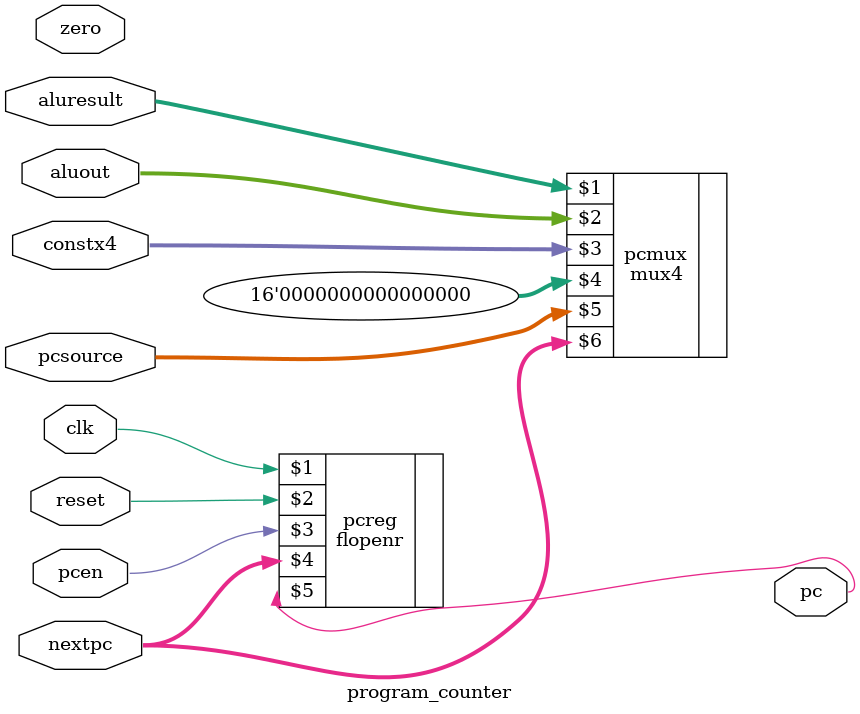
<source format=v>
module program_counter #(parameter WIDTH = 16)(
	input clk, reset, pcen, zero,
	input [1:0] pcsource,
	input [WIDTH-1:0] aluresult, aluout, constx4, nextpc, 
	output pc
);

	localparam CONST_ZERO = 16'b0;
	
   flopenr #(WIDTH) pcreg(clk, reset, pcen, nextpc, pc);
	mux4 #(WIDTH) pcmux(aluresult, aluout, constx4, CONST_ZERO, pcsource, nextpc);

endmodule
</source>
